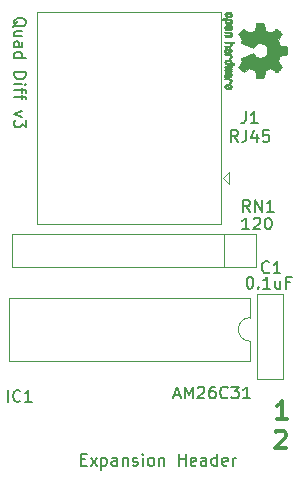
<source format=gbr>
G04 #@! TF.GenerationSoftware,KiCad,Pcbnew,(5.1.5)-3*
G04 #@! TF.CreationDate,2019-12-30T23:18:51-05:00*
G04 #@! TF.ProjectId,Quad_Diff_Out,51756164-5f44-4696-9666-5f4f75742e6b,v3*
G04 #@! TF.SameCoordinates,Original*
G04 #@! TF.FileFunction,Legend,Top*
G04 #@! TF.FilePolarity,Positive*
%FSLAX46Y46*%
G04 Gerber Fmt 4.6, Leading zero omitted, Abs format (unit mm)*
G04 Created by KiCad (PCBNEW (5.1.5)-3) date 2019-12-30 23:18:51*
%MOMM*%
%LPD*%
G04 APERTURE LIST*
%ADD10C,0.150000*%
%ADD11C,0.300000*%
%ADD12C,0.120000*%
%ADD13C,0.010000*%
G04 APERTURE END LIST*
D10*
X145500000Y-107228571D02*
X145833333Y-107228571D01*
X145976190Y-107752380D02*
X145500000Y-107752380D01*
X145500000Y-106752380D01*
X145976190Y-106752380D01*
X146309523Y-107752380D02*
X146833333Y-107085714D01*
X146309523Y-107085714D02*
X146833333Y-107752380D01*
X147214285Y-107085714D02*
X147214285Y-108085714D01*
X147214285Y-107133333D02*
X147309523Y-107085714D01*
X147500000Y-107085714D01*
X147595238Y-107133333D01*
X147642857Y-107180952D01*
X147690476Y-107276190D01*
X147690476Y-107561904D01*
X147642857Y-107657142D01*
X147595238Y-107704761D01*
X147500000Y-107752380D01*
X147309523Y-107752380D01*
X147214285Y-107704761D01*
X148547619Y-107752380D02*
X148547619Y-107228571D01*
X148500000Y-107133333D01*
X148404761Y-107085714D01*
X148214285Y-107085714D01*
X148119047Y-107133333D01*
X148547619Y-107704761D02*
X148452380Y-107752380D01*
X148214285Y-107752380D01*
X148119047Y-107704761D01*
X148071428Y-107609523D01*
X148071428Y-107514285D01*
X148119047Y-107419047D01*
X148214285Y-107371428D01*
X148452380Y-107371428D01*
X148547619Y-107323809D01*
X149023809Y-107085714D02*
X149023809Y-107752380D01*
X149023809Y-107180952D02*
X149071428Y-107133333D01*
X149166666Y-107085714D01*
X149309523Y-107085714D01*
X149404761Y-107133333D01*
X149452380Y-107228571D01*
X149452380Y-107752380D01*
X149880952Y-107704761D02*
X149976190Y-107752380D01*
X150166666Y-107752380D01*
X150261904Y-107704761D01*
X150309523Y-107609523D01*
X150309523Y-107561904D01*
X150261904Y-107466666D01*
X150166666Y-107419047D01*
X150023809Y-107419047D01*
X149928571Y-107371428D01*
X149880952Y-107276190D01*
X149880952Y-107228571D01*
X149928571Y-107133333D01*
X150023809Y-107085714D01*
X150166666Y-107085714D01*
X150261904Y-107133333D01*
X150738095Y-107752380D02*
X150738095Y-107085714D01*
X150738095Y-106752380D02*
X150690476Y-106800000D01*
X150738095Y-106847619D01*
X150785714Y-106800000D01*
X150738095Y-106752380D01*
X150738095Y-106847619D01*
X151357142Y-107752380D02*
X151261904Y-107704761D01*
X151214285Y-107657142D01*
X151166666Y-107561904D01*
X151166666Y-107276190D01*
X151214285Y-107180952D01*
X151261904Y-107133333D01*
X151357142Y-107085714D01*
X151500000Y-107085714D01*
X151595238Y-107133333D01*
X151642857Y-107180952D01*
X151690476Y-107276190D01*
X151690476Y-107561904D01*
X151642857Y-107657142D01*
X151595238Y-107704761D01*
X151500000Y-107752380D01*
X151357142Y-107752380D01*
X152119047Y-107085714D02*
X152119047Y-107752380D01*
X152119047Y-107180952D02*
X152166666Y-107133333D01*
X152261904Y-107085714D01*
X152404761Y-107085714D01*
X152500000Y-107133333D01*
X152547619Y-107228571D01*
X152547619Y-107752380D01*
X153785714Y-107752380D02*
X153785714Y-106752380D01*
X153785714Y-107228571D02*
X154357142Y-107228571D01*
X154357142Y-107752380D02*
X154357142Y-106752380D01*
X155214285Y-107704761D02*
X155119047Y-107752380D01*
X154928571Y-107752380D01*
X154833333Y-107704761D01*
X154785714Y-107609523D01*
X154785714Y-107228571D01*
X154833333Y-107133333D01*
X154928571Y-107085714D01*
X155119047Y-107085714D01*
X155214285Y-107133333D01*
X155261904Y-107228571D01*
X155261904Y-107323809D01*
X154785714Y-107419047D01*
X156119047Y-107752380D02*
X156119047Y-107228571D01*
X156071428Y-107133333D01*
X155976190Y-107085714D01*
X155785714Y-107085714D01*
X155690476Y-107133333D01*
X156119047Y-107704761D02*
X156023809Y-107752380D01*
X155785714Y-107752380D01*
X155690476Y-107704761D01*
X155642857Y-107609523D01*
X155642857Y-107514285D01*
X155690476Y-107419047D01*
X155785714Y-107371428D01*
X156023809Y-107371428D01*
X156119047Y-107323809D01*
X157023809Y-107752380D02*
X157023809Y-106752380D01*
X157023809Y-107704761D02*
X156928571Y-107752380D01*
X156738095Y-107752380D01*
X156642857Y-107704761D01*
X156595238Y-107657142D01*
X156547619Y-107561904D01*
X156547619Y-107276190D01*
X156595238Y-107180952D01*
X156642857Y-107133333D01*
X156738095Y-107085714D01*
X156928571Y-107085714D01*
X157023809Y-107133333D01*
X157880952Y-107704761D02*
X157785714Y-107752380D01*
X157595238Y-107752380D01*
X157500000Y-107704761D01*
X157452380Y-107609523D01*
X157452380Y-107228571D01*
X157500000Y-107133333D01*
X157595238Y-107085714D01*
X157785714Y-107085714D01*
X157880952Y-107133333D01*
X157928571Y-107228571D01*
X157928571Y-107323809D01*
X157452380Y-107419047D01*
X158357142Y-107752380D02*
X158357142Y-107085714D01*
X158357142Y-107276190D02*
X158404761Y-107180952D01*
X158452380Y-107133333D01*
X158547619Y-107085714D01*
X158642857Y-107085714D01*
D11*
X161971428Y-104921428D02*
X162042857Y-104850000D01*
X162185714Y-104778571D01*
X162542857Y-104778571D01*
X162685714Y-104850000D01*
X162757142Y-104921428D01*
X162828571Y-105064285D01*
X162828571Y-105207142D01*
X162757142Y-105421428D01*
X161900000Y-106278571D01*
X162828571Y-106278571D01*
X162928571Y-103778571D02*
X162071428Y-103778571D01*
X162500000Y-103778571D02*
X162500000Y-102278571D01*
X162357142Y-102492857D01*
X162214285Y-102635714D01*
X162071428Y-102707142D01*
D10*
X139752380Y-70595238D02*
X139800000Y-70500000D01*
X139895238Y-70404761D01*
X140038095Y-70261904D01*
X140085714Y-70166666D01*
X140085714Y-70071428D01*
X139847619Y-70119047D02*
X139895238Y-70023809D01*
X139990476Y-69928571D01*
X140180952Y-69880952D01*
X140514285Y-69880952D01*
X140704761Y-69928571D01*
X140800000Y-70023809D01*
X140847619Y-70119047D01*
X140847619Y-70309523D01*
X140800000Y-70404761D01*
X140704761Y-70500000D01*
X140514285Y-70547619D01*
X140180952Y-70547619D01*
X139990476Y-70500000D01*
X139895238Y-70404761D01*
X139847619Y-70309523D01*
X139847619Y-70119047D01*
X140514285Y-71404761D02*
X139847619Y-71404761D01*
X140514285Y-70976190D02*
X139990476Y-70976190D01*
X139895238Y-71023809D01*
X139847619Y-71119047D01*
X139847619Y-71261904D01*
X139895238Y-71357142D01*
X139942857Y-71404761D01*
X139847619Y-72309523D02*
X140371428Y-72309523D01*
X140466666Y-72261904D01*
X140514285Y-72166666D01*
X140514285Y-71976190D01*
X140466666Y-71880952D01*
X139895238Y-72309523D02*
X139847619Y-72214285D01*
X139847619Y-71976190D01*
X139895238Y-71880952D01*
X139990476Y-71833333D01*
X140085714Y-71833333D01*
X140180952Y-71880952D01*
X140228571Y-71976190D01*
X140228571Y-72214285D01*
X140276190Y-72309523D01*
X139847619Y-73214285D02*
X140847619Y-73214285D01*
X139895238Y-73214285D02*
X139847619Y-73119047D01*
X139847619Y-72928571D01*
X139895238Y-72833333D01*
X139942857Y-72785714D01*
X140038095Y-72738095D01*
X140323809Y-72738095D01*
X140419047Y-72785714D01*
X140466666Y-72833333D01*
X140514285Y-72928571D01*
X140514285Y-73119047D01*
X140466666Y-73214285D01*
X139847619Y-74452380D02*
X140847619Y-74452380D01*
X140847619Y-74690476D01*
X140800000Y-74833333D01*
X140704761Y-74928571D01*
X140609523Y-74976190D01*
X140419047Y-75023809D01*
X140276190Y-75023809D01*
X140085714Y-74976190D01*
X139990476Y-74928571D01*
X139895238Y-74833333D01*
X139847619Y-74690476D01*
X139847619Y-74452380D01*
X139847619Y-75452380D02*
X140514285Y-75452380D01*
X140847619Y-75452380D02*
X140800000Y-75404761D01*
X140752380Y-75452380D01*
X140800000Y-75500000D01*
X140847619Y-75452380D01*
X140752380Y-75452380D01*
X140514285Y-75785714D02*
X140514285Y-76166666D01*
X139847619Y-75928571D02*
X140704761Y-75928571D01*
X140800000Y-75976190D01*
X140847619Y-76071428D01*
X140847619Y-76166666D01*
X140514285Y-76357142D02*
X140514285Y-76738095D01*
X139847619Y-76500000D02*
X140704761Y-76500000D01*
X140800000Y-76547619D01*
X140847619Y-76642857D01*
X140847619Y-76738095D01*
X140514285Y-77738095D02*
X139847619Y-77976190D01*
X140514285Y-78214285D01*
X140847619Y-78500000D02*
X140847619Y-79119047D01*
X140466666Y-78785714D01*
X140466666Y-78928571D01*
X140419047Y-79023809D01*
X140371428Y-79071428D01*
X140276190Y-79119047D01*
X140038095Y-79119047D01*
X139942857Y-79071428D01*
X139895238Y-79023809D01*
X139847619Y-78928571D01*
X139847619Y-78642857D01*
X139895238Y-78547619D01*
X139942857Y-78500000D01*
D12*
X159830000Y-98860000D02*
X159830000Y-97210000D01*
X139390000Y-98860000D02*
X159830000Y-98860000D01*
X139390000Y-93560000D02*
X139390000Y-98860000D01*
X159830000Y-93560000D02*
X139390000Y-93560000D01*
X159830000Y-95210000D02*
X159830000Y-93560000D01*
X159830000Y-97210000D02*
G75*
G02X159830000Y-95210000I0J1000000D01*
G01*
X157630000Y-90900000D02*
X157630000Y-88100000D01*
X139680000Y-90900000D02*
X160340000Y-90900000D01*
X139680000Y-88100000D02*
X139680000Y-90900000D01*
X160340000Y-88100000D02*
X139680000Y-88100000D01*
X160340000Y-90900000D02*
X160340000Y-88100000D01*
D13*
G36*
X162957652Y-72703910D02*
G01*
X162957222Y-72782454D01*
X162956058Y-72839298D01*
X162953793Y-72878105D01*
X162950060Y-72902538D01*
X162944494Y-72916262D01*
X162936727Y-72922940D01*
X162926395Y-72926236D01*
X162925057Y-72926556D01*
X162900921Y-72931562D01*
X162853299Y-72940829D01*
X162787259Y-72953392D01*
X162707872Y-72968287D01*
X162620204Y-72984551D01*
X162617125Y-72985119D01*
X162531211Y-73001410D01*
X162455304Y-73016652D01*
X162393955Y-73029861D01*
X162351718Y-73040054D01*
X162333145Y-73046248D01*
X162332816Y-73046543D01*
X162323747Y-73064788D01*
X162308633Y-73102405D01*
X162290738Y-73151271D01*
X162290642Y-73151543D01*
X162267507Y-73213093D01*
X162238035Y-73285657D01*
X162208403Y-73354057D01*
X162206938Y-73357294D01*
X162156374Y-73468702D01*
X162324840Y-73715399D01*
X162376197Y-73791077D01*
X162422111Y-73859631D01*
X162459970Y-73917088D01*
X162487163Y-73959476D01*
X162501079Y-73982825D01*
X162502111Y-73985042D01*
X162497516Y-74002010D01*
X162475345Y-74033701D01*
X162434553Y-74081352D01*
X162374095Y-74146198D01*
X162309773Y-74212397D01*
X162246388Y-74276214D01*
X162188549Y-74333329D01*
X162139825Y-74380305D01*
X162103790Y-74413703D01*
X162084016Y-74430085D01*
X162082998Y-74430694D01*
X162069428Y-74432505D01*
X162047267Y-74425683D01*
X162013522Y-74408540D01*
X161965200Y-74379393D01*
X161899308Y-74336555D01*
X161814483Y-74279448D01*
X161739823Y-74228766D01*
X161672860Y-74183461D01*
X161617484Y-74146150D01*
X161577580Y-74119452D01*
X161557038Y-74105985D01*
X161555644Y-74105137D01*
X161535962Y-74106781D01*
X161497707Y-74119245D01*
X161448111Y-74140048D01*
X161432272Y-74147462D01*
X161361710Y-74179814D01*
X161281647Y-74214328D01*
X161212371Y-74242365D01*
X161160955Y-74262568D01*
X161121881Y-74278615D01*
X161101459Y-74287888D01*
X161099886Y-74289041D01*
X161097279Y-74306096D01*
X161090137Y-74346298D01*
X161079477Y-74404302D01*
X161066315Y-74474763D01*
X161051667Y-74552335D01*
X161036551Y-74631672D01*
X161021982Y-74707431D01*
X161008978Y-74774264D01*
X160998555Y-74826828D01*
X160991730Y-74859776D01*
X160989801Y-74867857D01*
X160985038Y-74876205D01*
X160974282Y-74882506D01*
X160953902Y-74887045D01*
X160920266Y-74890104D01*
X160869745Y-74891967D01*
X160798708Y-74892918D01*
X160703524Y-74893240D01*
X160664508Y-74893257D01*
X160347201Y-74893257D01*
X160332161Y-74817057D01*
X160324005Y-74774663D01*
X160312101Y-74711400D01*
X160297884Y-74634962D01*
X160282790Y-74553043D01*
X160278645Y-74530400D01*
X160263947Y-74454806D01*
X160249495Y-74388953D01*
X160236625Y-74338366D01*
X160226678Y-74308574D01*
X160223713Y-74303612D01*
X160202717Y-74291426D01*
X160162033Y-74273953D01*
X160109678Y-74254577D01*
X160098400Y-74250734D01*
X160028477Y-74225339D01*
X159949582Y-74193817D01*
X159878734Y-74162969D01*
X159878405Y-74162817D01*
X159767267Y-74111447D01*
X159518747Y-74280399D01*
X159270228Y-74449352D01*
X159052942Y-74232429D01*
X158988274Y-74166819D01*
X158931267Y-74106979D01*
X158884967Y-74056267D01*
X158852416Y-74018046D01*
X158836657Y-73995675D01*
X158835657Y-73992466D01*
X158843531Y-73973626D01*
X158865422Y-73935180D01*
X158898733Y-73881330D01*
X158940869Y-73816276D01*
X158988057Y-73745940D01*
X159036190Y-73674555D01*
X159078072Y-73610908D01*
X159111129Y-73559041D01*
X159132782Y-73522995D01*
X159140457Y-73506867D01*
X159133963Y-73487189D01*
X159116850Y-73449875D01*
X159092674Y-73402621D01*
X159089987Y-73397612D01*
X159058073Y-73333977D01*
X159042421Y-73290341D01*
X159042255Y-73263202D01*
X159056796Y-73249057D01*
X159057000Y-73248975D01*
X159074221Y-73241905D01*
X159115101Y-73225042D01*
X159176475Y-73199695D01*
X159255181Y-73167171D01*
X159348053Y-73128778D01*
X159451928Y-73085822D01*
X159552498Y-73044222D01*
X159663484Y-72998504D01*
X159766297Y-72956526D01*
X159857785Y-72919548D01*
X159934799Y-72888827D01*
X159994185Y-72865622D01*
X160032791Y-72851190D01*
X160047200Y-72846743D01*
X160063728Y-72857896D01*
X160090070Y-72887069D01*
X160119113Y-72925971D01*
X160210961Y-73036757D01*
X160316241Y-73123351D01*
X160432734Y-73184716D01*
X160558224Y-73219815D01*
X160690493Y-73227608D01*
X160751543Y-73221943D01*
X160878205Y-73191078D01*
X160990059Y-73137920D01*
X161085999Y-73065767D01*
X161164924Y-72977917D01*
X161225730Y-72877665D01*
X161267313Y-72768310D01*
X161288572Y-72653147D01*
X161288401Y-72535475D01*
X161265699Y-72418590D01*
X161219362Y-72305789D01*
X161148287Y-72200369D01*
X161108089Y-72156368D01*
X161004871Y-72071979D01*
X160892075Y-72013222D01*
X160772990Y-71979704D01*
X160650905Y-71971035D01*
X160529107Y-71986823D01*
X160410884Y-72026678D01*
X160299525Y-72090207D01*
X160198316Y-72177021D01*
X160119113Y-72274029D01*
X160088838Y-72314437D01*
X160062781Y-72342982D01*
X160047175Y-72353257D01*
X160030157Y-72347877D01*
X159989500Y-72332575D01*
X159928358Y-72308612D01*
X159849881Y-72277244D01*
X159757220Y-72239732D01*
X159653528Y-72197333D01*
X159552474Y-72155663D01*
X159441393Y-72109690D01*
X159338459Y-72067107D01*
X159246835Y-72029221D01*
X159169684Y-71997340D01*
X159110169Y-71972771D01*
X159071456Y-71956820D01*
X159057000Y-71950910D01*
X159042315Y-71936948D01*
X159042358Y-71909940D01*
X159057901Y-71866413D01*
X159089716Y-71802890D01*
X159089987Y-71802388D01*
X159114677Y-71754560D01*
X159132662Y-71715897D01*
X159140386Y-71694095D01*
X159140457Y-71693133D01*
X159132622Y-71676721D01*
X159110835Y-71640487D01*
X159077672Y-71588474D01*
X159035709Y-71524725D01*
X158988057Y-71454060D01*
X158939809Y-71382116D01*
X158897849Y-71317274D01*
X158864773Y-71263735D01*
X158843179Y-71225697D01*
X158835657Y-71207533D01*
X158845543Y-71190808D01*
X158873174Y-71157180D01*
X158915505Y-71110010D01*
X158969495Y-71052658D01*
X159032101Y-70988484D01*
X159053017Y-70967497D01*
X159270377Y-70750499D01*
X159512780Y-70915668D01*
X159587219Y-70965864D01*
X159654028Y-71009919D01*
X159709335Y-71045362D01*
X159749271Y-71069719D01*
X159769964Y-71080522D01*
X159771437Y-71080838D01*
X159790942Y-71075143D01*
X159830178Y-71059826D01*
X159882570Y-71037537D01*
X159917645Y-71021893D01*
X159984799Y-70992641D01*
X160052642Y-70965094D01*
X160109966Y-70943737D01*
X160127428Y-70937935D01*
X160174062Y-70921452D01*
X160210095Y-70905340D01*
X160223713Y-70896490D01*
X160232048Y-70876960D01*
X160243863Y-70834334D01*
X160257819Y-70774145D01*
X160272578Y-70701922D01*
X160278645Y-70669600D01*
X160293727Y-70587522D01*
X160308331Y-70508795D01*
X160321020Y-70441109D01*
X160330358Y-70392160D01*
X160332161Y-70382943D01*
X160347201Y-70306743D01*
X160664508Y-70306743D01*
X160768846Y-70306914D01*
X160847787Y-70307616D01*
X160904962Y-70309134D01*
X160944001Y-70311749D01*
X160968535Y-70315746D01*
X160982195Y-70321409D01*
X160988611Y-70329020D01*
X160989801Y-70332143D01*
X160994020Y-70350978D01*
X161002438Y-70392588D01*
X161014039Y-70451630D01*
X161027805Y-70522757D01*
X161042720Y-70600625D01*
X161057768Y-70679887D01*
X161071931Y-70755198D01*
X161084194Y-70821213D01*
X161093539Y-70872587D01*
X161098950Y-70903975D01*
X161099886Y-70910959D01*
X161112404Y-70917285D01*
X161145754Y-70931290D01*
X161193623Y-70950355D01*
X161212371Y-70957634D01*
X161284805Y-70986996D01*
X161364830Y-71021571D01*
X161432272Y-71052537D01*
X161483841Y-71075323D01*
X161526215Y-71090482D01*
X161552166Y-71095542D01*
X161555644Y-71094736D01*
X161572064Y-71084041D01*
X161608583Y-71059620D01*
X161661313Y-71024095D01*
X161726365Y-70980087D01*
X161799849Y-70930217D01*
X161814355Y-70920356D01*
X161900296Y-70862492D01*
X161965739Y-70819956D01*
X162013696Y-70791054D01*
X162047180Y-70774090D01*
X162069205Y-70767367D01*
X162082783Y-70769190D01*
X162082869Y-70769236D01*
X162100703Y-70783586D01*
X162135183Y-70815323D01*
X162182732Y-70861010D01*
X162239778Y-70917204D01*
X162302745Y-70980468D01*
X162309773Y-70987602D01*
X162386980Y-71067330D01*
X162443670Y-71128857D01*
X162480890Y-71173421D01*
X162499685Y-71202257D01*
X162502111Y-71214958D01*
X162491529Y-71233494D01*
X162467084Y-71271961D01*
X162431388Y-71326386D01*
X162387053Y-71392798D01*
X162336689Y-71467225D01*
X162324840Y-71484601D01*
X162156374Y-71731297D01*
X162206938Y-71842706D01*
X162236405Y-71910457D01*
X162266041Y-71983183D01*
X162289670Y-72045703D01*
X162290642Y-72048457D01*
X162308543Y-72097360D01*
X162323680Y-72135057D01*
X162332790Y-72153425D01*
X162332816Y-72153456D01*
X162349283Y-72159285D01*
X162389781Y-72169192D01*
X162449758Y-72182195D01*
X162524660Y-72197309D01*
X162609936Y-72213552D01*
X162617125Y-72214881D01*
X162704986Y-72231175D01*
X162784740Y-72246133D01*
X162851319Y-72258791D01*
X162899653Y-72268186D01*
X162924675Y-72273354D01*
X162925057Y-72273444D01*
X162935701Y-72276589D01*
X162943738Y-72282704D01*
X162949533Y-72295453D01*
X162953453Y-72318500D01*
X162955865Y-72355509D01*
X162957135Y-72410144D01*
X162957629Y-72486067D01*
X162957714Y-72586944D01*
X162957714Y-72600000D01*
X162957652Y-72703910D01*
G37*
X162957652Y-72703910D02*
X162957222Y-72782454D01*
X162956058Y-72839298D01*
X162953793Y-72878105D01*
X162950060Y-72902538D01*
X162944494Y-72916262D01*
X162936727Y-72922940D01*
X162926395Y-72926236D01*
X162925057Y-72926556D01*
X162900921Y-72931562D01*
X162853299Y-72940829D01*
X162787259Y-72953392D01*
X162707872Y-72968287D01*
X162620204Y-72984551D01*
X162617125Y-72985119D01*
X162531211Y-73001410D01*
X162455304Y-73016652D01*
X162393955Y-73029861D01*
X162351718Y-73040054D01*
X162333145Y-73046248D01*
X162332816Y-73046543D01*
X162323747Y-73064788D01*
X162308633Y-73102405D01*
X162290738Y-73151271D01*
X162290642Y-73151543D01*
X162267507Y-73213093D01*
X162238035Y-73285657D01*
X162208403Y-73354057D01*
X162206938Y-73357294D01*
X162156374Y-73468702D01*
X162324840Y-73715399D01*
X162376197Y-73791077D01*
X162422111Y-73859631D01*
X162459970Y-73917088D01*
X162487163Y-73959476D01*
X162501079Y-73982825D01*
X162502111Y-73985042D01*
X162497516Y-74002010D01*
X162475345Y-74033701D01*
X162434553Y-74081352D01*
X162374095Y-74146198D01*
X162309773Y-74212397D01*
X162246388Y-74276214D01*
X162188549Y-74333329D01*
X162139825Y-74380305D01*
X162103790Y-74413703D01*
X162084016Y-74430085D01*
X162082998Y-74430694D01*
X162069428Y-74432505D01*
X162047267Y-74425683D01*
X162013522Y-74408540D01*
X161965200Y-74379393D01*
X161899308Y-74336555D01*
X161814483Y-74279448D01*
X161739823Y-74228766D01*
X161672860Y-74183461D01*
X161617484Y-74146150D01*
X161577580Y-74119452D01*
X161557038Y-74105985D01*
X161555644Y-74105137D01*
X161535962Y-74106781D01*
X161497707Y-74119245D01*
X161448111Y-74140048D01*
X161432272Y-74147462D01*
X161361710Y-74179814D01*
X161281647Y-74214328D01*
X161212371Y-74242365D01*
X161160955Y-74262568D01*
X161121881Y-74278615D01*
X161101459Y-74287888D01*
X161099886Y-74289041D01*
X161097279Y-74306096D01*
X161090137Y-74346298D01*
X161079477Y-74404302D01*
X161066315Y-74474763D01*
X161051667Y-74552335D01*
X161036551Y-74631672D01*
X161021982Y-74707431D01*
X161008978Y-74774264D01*
X160998555Y-74826828D01*
X160991730Y-74859776D01*
X160989801Y-74867857D01*
X160985038Y-74876205D01*
X160974282Y-74882506D01*
X160953902Y-74887045D01*
X160920266Y-74890104D01*
X160869745Y-74891967D01*
X160798708Y-74892918D01*
X160703524Y-74893240D01*
X160664508Y-74893257D01*
X160347201Y-74893257D01*
X160332161Y-74817057D01*
X160324005Y-74774663D01*
X160312101Y-74711400D01*
X160297884Y-74634962D01*
X160282790Y-74553043D01*
X160278645Y-74530400D01*
X160263947Y-74454806D01*
X160249495Y-74388953D01*
X160236625Y-74338366D01*
X160226678Y-74308574D01*
X160223713Y-74303612D01*
X160202717Y-74291426D01*
X160162033Y-74273953D01*
X160109678Y-74254577D01*
X160098400Y-74250734D01*
X160028477Y-74225339D01*
X159949582Y-74193817D01*
X159878734Y-74162969D01*
X159878405Y-74162817D01*
X159767267Y-74111447D01*
X159518747Y-74280399D01*
X159270228Y-74449352D01*
X159052942Y-74232429D01*
X158988274Y-74166819D01*
X158931267Y-74106979D01*
X158884967Y-74056267D01*
X158852416Y-74018046D01*
X158836657Y-73995675D01*
X158835657Y-73992466D01*
X158843531Y-73973626D01*
X158865422Y-73935180D01*
X158898733Y-73881330D01*
X158940869Y-73816276D01*
X158988057Y-73745940D01*
X159036190Y-73674555D01*
X159078072Y-73610908D01*
X159111129Y-73559041D01*
X159132782Y-73522995D01*
X159140457Y-73506867D01*
X159133963Y-73487189D01*
X159116850Y-73449875D01*
X159092674Y-73402621D01*
X159089987Y-73397612D01*
X159058073Y-73333977D01*
X159042421Y-73290341D01*
X159042255Y-73263202D01*
X159056796Y-73249057D01*
X159057000Y-73248975D01*
X159074221Y-73241905D01*
X159115101Y-73225042D01*
X159176475Y-73199695D01*
X159255181Y-73167171D01*
X159348053Y-73128778D01*
X159451928Y-73085822D01*
X159552498Y-73044222D01*
X159663484Y-72998504D01*
X159766297Y-72956526D01*
X159857785Y-72919548D01*
X159934799Y-72888827D01*
X159994185Y-72865622D01*
X160032791Y-72851190D01*
X160047200Y-72846743D01*
X160063728Y-72857896D01*
X160090070Y-72887069D01*
X160119113Y-72925971D01*
X160210961Y-73036757D01*
X160316241Y-73123351D01*
X160432734Y-73184716D01*
X160558224Y-73219815D01*
X160690493Y-73227608D01*
X160751543Y-73221943D01*
X160878205Y-73191078D01*
X160990059Y-73137920D01*
X161085999Y-73065767D01*
X161164924Y-72977917D01*
X161225730Y-72877665D01*
X161267313Y-72768310D01*
X161288572Y-72653147D01*
X161288401Y-72535475D01*
X161265699Y-72418590D01*
X161219362Y-72305789D01*
X161148287Y-72200369D01*
X161108089Y-72156368D01*
X161004871Y-72071979D01*
X160892075Y-72013222D01*
X160772990Y-71979704D01*
X160650905Y-71971035D01*
X160529107Y-71986823D01*
X160410884Y-72026678D01*
X160299525Y-72090207D01*
X160198316Y-72177021D01*
X160119113Y-72274029D01*
X160088838Y-72314437D01*
X160062781Y-72342982D01*
X160047175Y-72353257D01*
X160030157Y-72347877D01*
X159989500Y-72332575D01*
X159928358Y-72308612D01*
X159849881Y-72277244D01*
X159757220Y-72239732D01*
X159653528Y-72197333D01*
X159552474Y-72155663D01*
X159441393Y-72109690D01*
X159338459Y-72067107D01*
X159246835Y-72029221D01*
X159169684Y-71997340D01*
X159110169Y-71972771D01*
X159071456Y-71956820D01*
X159057000Y-71950910D01*
X159042315Y-71936948D01*
X159042358Y-71909940D01*
X159057901Y-71866413D01*
X159089716Y-71802890D01*
X159089987Y-71802388D01*
X159114677Y-71754560D01*
X159132662Y-71715897D01*
X159140386Y-71694095D01*
X159140457Y-71693133D01*
X159132622Y-71676721D01*
X159110835Y-71640487D01*
X159077672Y-71588474D01*
X159035709Y-71524725D01*
X158988057Y-71454060D01*
X158939809Y-71382116D01*
X158897849Y-71317274D01*
X158864773Y-71263735D01*
X158843179Y-71225697D01*
X158835657Y-71207533D01*
X158845543Y-71190808D01*
X158873174Y-71157180D01*
X158915505Y-71110010D01*
X158969495Y-71052658D01*
X159032101Y-70988484D01*
X159053017Y-70967497D01*
X159270377Y-70750499D01*
X159512780Y-70915668D01*
X159587219Y-70965864D01*
X159654028Y-71009919D01*
X159709335Y-71045362D01*
X159749271Y-71069719D01*
X159769964Y-71080522D01*
X159771437Y-71080838D01*
X159790942Y-71075143D01*
X159830178Y-71059826D01*
X159882570Y-71037537D01*
X159917645Y-71021893D01*
X159984799Y-70992641D01*
X160052642Y-70965094D01*
X160109966Y-70943737D01*
X160127428Y-70937935D01*
X160174062Y-70921452D01*
X160210095Y-70905340D01*
X160223713Y-70896490D01*
X160232048Y-70876960D01*
X160243863Y-70834334D01*
X160257819Y-70774145D01*
X160272578Y-70701922D01*
X160278645Y-70669600D01*
X160293727Y-70587522D01*
X160308331Y-70508795D01*
X160321020Y-70441109D01*
X160330358Y-70392160D01*
X160332161Y-70382943D01*
X160347201Y-70306743D01*
X160664508Y-70306743D01*
X160768846Y-70306914D01*
X160847787Y-70307616D01*
X160904962Y-70309134D01*
X160944001Y-70311749D01*
X160968535Y-70315746D01*
X160982195Y-70321409D01*
X160988611Y-70329020D01*
X160989801Y-70332143D01*
X160994020Y-70350978D01*
X161002438Y-70392588D01*
X161014039Y-70451630D01*
X161027805Y-70522757D01*
X161042720Y-70600625D01*
X161057768Y-70679887D01*
X161071931Y-70755198D01*
X161084194Y-70821213D01*
X161093539Y-70872587D01*
X161098950Y-70903975D01*
X161099886Y-70910959D01*
X161112404Y-70917285D01*
X161145754Y-70931290D01*
X161193623Y-70950355D01*
X161212371Y-70957634D01*
X161284805Y-70986996D01*
X161364830Y-71021571D01*
X161432272Y-71052537D01*
X161483841Y-71075323D01*
X161526215Y-71090482D01*
X161552166Y-71095542D01*
X161555644Y-71094736D01*
X161572064Y-71084041D01*
X161608583Y-71059620D01*
X161661313Y-71024095D01*
X161726365Y-70980087D01*
X161799849Y-70930217D01*
X161814355Y-70920356D01*
X161900296Y-70862492D01*
X161965739Y-70819956D01*
X162013696Y-70791054D01*
X162047180Y-70774090D01*
X162069205Y-70767367D01*
X162082783Y-70769190D01*
X162082869Y-70769236D01*
X162100703Y-70783586D01*
X162135183Y-70815323D01*
X162182732Y-70861010D01*
X162239778Y-70917204D01*
X162302745Y-70980468D01*
X162309773Y-70987602D01*
X162386980Y-71067330D01*
X162443670Y-71128857D01*
X162480890Y-71173421D01*
X162499685Y-71202257D01*
X162502111Y-71214958D01*
X162491529Y-71233494D01*
X162467084Y-71271961D01*
X162431388Y-71326386D01*
X162387053Y-71392798D01*
X162336689Y-71467225D01*
X162324840Y-71484601D01*
X162156374Y-71731297D01*
X162206938Y-71842706D01*
X162236405Y-71910457D01*
X162266041Y-71983183D01*
X162289670Y-72045703D01*
X162290642Y-72048457D01*
X162308543Y-72097360D01*
X162323680Y-72135057D01*
X162332790Y-72153425D01*
X162332816Y-72153456D01*
X162349283Y-72159285D01*
X162389781Y-72169192D01*
X162449758Y-72182195D01*
X162524660Y-72197309D01*
X162609936Y-72213552D01*
X162617125Y-72214881D01*
X162704986Y-72231175D01*
X162784740Y-72246133D01*
X162851319Y-72258791D01*
X162899653Y-72268186D01*
X162924675Y-72273354D01*
X162925057Y-72273444D01*
X162935701Y-72276589D01*
X162943738Y-72282704D01*
X162949533Y-72295453D01*
X162953453Y-72318500D01*
X162955865Y-72355509D01*
X162957135Y-72410144D01*
X162957629Y-72486067D01*
X162957714Y-72586944D01*
X162957714Y-72600000D01*
X162957652Y-72703910D01*
G36*
X158233034Y-75753595D02*
G01*
X158195503Y-75811021D01*
X158161904Y-75838719D01*
X158100936Y-75860662D01*
X158052692Y-75862405D01*
X157988184Y-75858457D01*
X157923066Y-75709686D01*
X157889798Y-75637349D01*
X157863036Y-75590084D01*
X157839856Y-75565507D01*
X157817333Y-75561237D01*
X157792545Y-75574889D01*
X157776114Y-75589943D01*
X157749765Y-75633746D01*
X157747919Y-75681389D01*
X157768454Y-75725145D01*
X157809248Y-75757289D01*
X157823653Y-75763038D01*
X157868644Y-75790576D01*
X157887818Y-75822258D01*
X157904221Y-75865714D01*
X157842034Y-75865714D01*
X157799717Y-75861872D01*
X157764031Y-75846823D01*
X157723057Y-75815280D01*
X157717733Y-75810592D01*
X157681280Y-75775506D01*
X157661717Y-75745347D01*
X157652717Y-75707615D01*
X157649770Y-75676335D01*
X157649035Y-75620385D01*
X157658340Y-75580555D01*
X157672154Y-75555708D01*
X157702533Y-75516656D01*
X157735387Y-75489625D01*
X157776706Y-75472517D01*
X157832479Y-75463238D01*
X157908695Y-75459693D01*
X157947378Y-75459410D01*
X157993753Y-75460372D01*
X157993753Y-75548007D01*
X157968874Y-75549023D01*
X157964800Y-75551556D01*
X157970335Y-75568274D01*
X157984983Y-75604249D01*
X158005810Y-75652331D01*
X158010286Y-75662386D01*
X158041186Y-75723152D01*
X158068343Y-75756632D01*
X158093780Y-75763990D01*
X158119519Y-75746391D01*
X158130891Y-75731856D01*
X158153636Y-75679410D01*
X158149878Y-75630322D01*
X158122116Y-75589227D01*
X158072848Y-75560758D01*
X158033743Y-75551631D01*
X157993753Y-75548007D01*
X157993753Y-75460372D01*
X158037751Y-75461285D01*
X158104616Y-75468196D01*
X158153305Y-75481884D01*
X158189151Y-75504096D01*
X158217487Y-75536574D01*
X158226645Y-75550733D01*
X158250493Y-75615053D01*
X158251994Y-75685473D01*
X158233034Y-75753595D01*
G37*
X158233034Y-75753595D02*
X158195503Y-75811021D01*
X158161904Y-75838719D01*
X158100936Y-75860662D01*
X158052692Y-75862405D01*
X157988184Y-75858457D01*
X157923066Y-75709686D01*
X157889798Y-75637349D01*
X157863036Y-75590084D01*
X157839856Y-75565507D01*
X157817333Y-75561237D01*
X157792545Y-75574889D01*
X157776114Y-75589943D01*
X157749765Y-75633746D01*
X157747919Y-75681389D01*
X157768454Y-75725145D01*
X157809248Y-75757289D01*
X157823653Y-75763038D01*
X157868644Y-75790576D01*
X157887818Y-75822258D01*
X157904221Y-75865714D01*
X157842034Y-75865714D01*
X157799717Y-75861872D01*
X157764031Y-75846823D01*
X157723057Y-75815280D01*
X157717733Y-75810592D01*
X157681280Y-75775506D01*
X157661717Y-75745347D01*
X157652717Y-75707615D01*
X157649770Y-75676335D01*
X157649035Y-75620385D01*
X157658340Y-75580555D01*
X157672154Y-75555708D01*
X157702533Y-75516656D01*
X157735387Y-75489625D01*
X157776706Y-75472517D01*
X157832479Y-75463238D01*
X157908695Y-75459693D01*
X157947378Y-75459410D01*
X157993753Y-75460372D01*
X157993753Y-75548007D01*
X157968874Y-75549023D01*
X157964800Y-75551556D01*
X157970335Y-75568274D01*
X157984983Y-75604249D01*
X158005810Y-75652331D01*
X158010286Y-75662386D01*
X158041186Y-75723152D01*
X158068343Y-75756632D01*
X158093780Y-75763990D01*
X158119519Y-75746391D01*
X158130891Y-75731856D01*
X158153636Y-75679410D01*
X158149878Y-75630322D01*
X158122116Y-75589227D01*
X158072848Y-75560758D01*
X158033743Y-75551631D01*
X157993753Y-75548007D01*
X157993753Y-75460372D01*
X158037751Y-75461285D01*
X158104616Y-75468196D01*
X158153305Y-75481884D01*
X158189151Y-75504096D01*
X158217487Y-75536574D01*
X158226645Y-75550733D01*
X158250493Y-75615053D01*
X158251994Y-75685473D01*
X158233034Y-75753595D01*
G36*
X158241248Y-75252600D02*
G01*
X158233666Y-75269948D01*
X158200872Y-75311356D01*
X158153453Y-75346765D01*
X158102849Y-75368664D01*
X158077902Y-75372229D01*
X158043073Y-75360279D01*
X158024643Y-75334067D01*
X158013484Y-75305964D01*
X158011428Y-75293095D01*
X158026351Y-75286829D01*
X158058825Y-75274456D01*
X158073498Y-75269028D01*
X158124256Y-75238590D01*
X158149573Y-75194520D01*
X158148794Y-75138010D01*
X158147797Y-75133825D01*
X158133493Y-75103655D01*
X158105607Y-75081476D01*
X158060713Y-75066327D01*
X157995385Y-75057250D01*
X157906196Y-75053286D01*
X157858739Y-75052914D01*
X157783929Y-75052730D01*
X157732931Y-75051522D01*
X157700529Y-75048309D01*
X157681505Y-75042109D01*
X157670644Y-75031940D01*
X157662728Y-75016819D01*
X157662330Y-75015946D01*
X157650019Y-74986828D01*
X157645486Y-74972403D01*
X157659191Y-74970186D01*
X157697075Y-74968289D01*
X157754285Y-74966847D01*
X157825973Y-74965998D01*
X157878435Y-74965829D01*
X157979953Y-74966692D01*
X158056968Y-74970070D01*
X158113977Y-74977142D01*
X158155474Y-74989088D01*
X158185957Y-75007090D01*
X158209920Y-75032327D01*
X158226645Y-75057247D01*
X158248903Y-75117171D01*
X158253924Y-75186911D01*
X158241248Y-75252600D01*
G37*
X158241248Y-75252600D02*
X158233666Y-75269948D01*
X158200872Y-75311356D01*
X158153453Y-75346765D01*
X158102849Y-75368664D01*
X158077902Y-75372229D01*
X158043073Y-75360279D01*
X158024643Y-75334067D01*
X158013484Y-75305964D01*
X158011428Y-75293095D01*
X158026351Y-75286829D01*
X158058825Y-75274456D01*
X158073498Y-75269028D01*
X158124256Y-75238590D01*
X158149573Y-75194520D01*
X158148794Y-75138010D01*
X158147797Y-75133825D01*
X158133493Y-75103655D01*
X158105607Y-75081476D01*
X158060713Y-75066327D01*
X157995385Y-75057250D01*
X157906196Y-75053286D01*
X157858739Y-75052914D01*
X157783929Y-75052730D01*
X157732931Y-75051522D01*
X157700529Y-75048309D01*
X157681505Y-75042109D01*
X157670644Y-75031940D01*
X157662728Y-75016819D01*
X157662330Y-75015946D01*
X157650019Y-74986828D01*
X157645486Y-74972403D01*
X157659191Y-74970186D01*
X157697075Y-74968289D01*
X157754285Y-74966847D01*
X157825973Y-74965998D01*
X157878435Y-74965829D01*
X157979953Y-74966692D01*
X158056968Y-74970070D01*
X158113977Y-74977142D01*
X158155474Y-74989088D01*
X158185957Y-75007090D01*
X158209920Y-75032327D01*
X158226645Y-75057247D01*
X158248903Y-75117171D01*
X158253924Y-75186911D01*
X158241248Y-75252600D01*
G36*
X158243665Y-74744876D02*
G01*
X158224656Y-74786667D01*
X158201622Y-74819469D01*
X158175867Y-74843503D01*
X158142642Y-74860097D01*
X158097200Y-74870577D01*
X158034793Y-74876271D01*
X157950673Y-74878507D01*
X157895279Y-74878743D01*
X157679174Y-74878743D01*
X157662330Y-74841774D01*
X157650019Y-74812656D01*
X157645486Y-74798231D01*
X157658975Y-74795472D01*
X157695347Y-74793282D01*
X157748458Y-74791942D01*
X157790628Y-74791657D01*
X157851553Y-74790434D01*
X157899885Y-74787136D01*
X157929482Y-74782321D01*
X157935771Y-74778496D01*
X157929348Y-74752783D01*
X157912875Y-74712418D01*
X157890542Y-74665679D01*
X157866543Y-74620845D01*
X157845070Y-74586193D01*
X157830315Y-74570002D01*
X157830155Y-74569938D01*
X157802848Y-74571330D01*
X157776781Y-74583818D01*
X157755608Y-74605743D01*
X157748526Y-74637743D01*
X157749351Y-74665092D01*
X157749958Y-74703826D01*
X157740884Y-74724158D01*
X157716908Y-74736369D01*
X157712387Y-74737909D01*
X157678194Y-74743203D01*
X157657432Y-74729047D01*
X157647538Y-74692148D01*
X157645708Y-74652289D01*
X157659273Y-74580562D01*
X157678645Y-74543432D01*
X157724155Y-74497576D01*
X157780017Y-74473256D01*
X157839043Y-74471073D01*
X157894047Y-74491629D01*
X157928514Y-74522549D01*
X157947811Y-74553420D01*
X157972241Y-74601942D01*
X157997015Y-74658485D01*
X158000801Y-74667910D01*
X158028209Y-74730019D01*
X158052366Y-74765822D01*
X158076381Y-74777337D01*
X158103365Y-74766580D01*
X158124457Y-74748114D01*
X158150428Y-74704469D01*
X158152376Y-74656446D01*
X158132363Y-74612406D01*
X158092449Y-74580709D01*
X158082152Y-74576549D01*
X158044276Y-74552327D01*
X158016158Y-74516965D01*
X157993083Y-74472343D01*
X158058515Y-74472343D01*
X158098494Y-74474969D01*
X158130003Y-74486230D01*
X158163622Y-74511199D01*
X158189516Y-74535169D01*
X158226183Y-74572441D01*
X158245879Y-74601401D01*
X158253780Y-74632505D01*
X158255086Y-74667713D01*
X158243665Y-74744876D01*
G37*
X158243665Y-74744876D02*
X158224656Y-74786667D01*
X158201622Y-74819469D01*
X158175867Y-74843503D01*
X158142642Y-74860097D01*
X158097200Y-74870577D01*
X158034793Y-74876271D01*
X157950673Y-74878507D01*
X157895279Y-74878743D01*
X157679174Y-74878743D01*
X157662330Y-74841774D01*
X157650019Y-74812656D01*
X157645486Y-74798231D01*
X157658975Y-74795472D01*
X157695347Y-74793282D01*
X157748458Y-74791942D01*
X157790628Y-74791657D01*
X157851553Y-74790434D01*
X157899885Y-74787136D01*
X157929482Y-74782321D01*
X157935771Y-74778496D01*
X157929348Y-74752783D01*
X157912875Y-74712418D01*
X157890542Y-74665679D01*
X157866543Y-74620845D01*
X157845070Y-74586193D01*
X157830315Y-74570002D01*
X157830155Y-74569938D01*
X157802848Y-74571330D01*
X157776781Y-74583818D01*
X157755608Y-74605743D01*
X157748526Y-74637743D01*
X157749351Y-74665092D01*
X157749958Y-74703826D01*
X157740884Y-74724158D01*
X157716908Y-74736369D01*
X157712387Y-74737909D01*
X157678194Y-74743203D01*
X157657432Y-74729047D01*
X157647538Y-74692148D01*
X157645708Y-74652289D01*
X157659273Y-74580562D01*
X157678645Y-74543432D01*
X157724155Y-74497576D01*
X157780017Y-74473256D01*
X157839043Y-74471073D01*
X157894047Y-74491629D01*
X157928514Y-74522549D01*
X157947811Y-74553420D01*
X157972241Y-74601942D01*
X157997015Y-74658485D01*
X158000801Y-74667910D01*
X158028209Y-74730019D01*
X158052366Y-74765822D01*
X158076381Y-74777337D01*
X158103365Y-74766580D01*
X158124457Y-74748114D01*
X158150428Y-74704469D01*
X158152376Y-74656446D01*
X158132363Y-74612406D01*
X158092449Y-74580709D01*
X158082152Y-74576549D01*
X158044276Y-74552327D01*
X158016158Y-74516965D01*
X157993083Y-74472343D01*
X158058515Y-74472343D01*
X158098494Y-74474969D01*
X158130003Y-74486230D01*
X158163622Y-74511199D01*
X158189516Y-74535169D01*
X158226183Y-74572441D01*
X158245879Y-74601401D01*
X158253780Y-74632505D01*
X158255086Y-74667713D01*
X158243665Y-74744876D01*
G36*
X158241337Y-74379833D02*
G01*
X158203150Y-74382048D01*
X158145114Y-74383784D01*
X158071820Y-74384899D01*
X157994945Y-74385257D01*
X157734804Y-74385257D01*
X157688873Y-74339326D01*
X157660571Y-74307675D01*
X157649107Y-74279890D01*
X157649832Y-74241915D01*
X157651679Y-74226840D01*
X157657052Y-74179726D01*
X157660131Y-74140756D01*
X157660415Y-74131257D01*
X157658555Y-74099233D01*
X157653886Y-74053432D01*
X157651679Y-74035674D01*
X157648265Y-73992057D01*
X157655680Y-73962745D01*
X157678573Y-73933680D01*
X157688873Y-73923188D01*
X157734804Y-73877257D01*
X158221398Y-73877257D01*
X158238242Y-73914226D01*
X158250718Y-73946059D01*
X158255086Y-73964683D01*
X158241282Y-73969458D01*
X158202714Y-73973921D01*
X158143644Y-73977775D01*
X158068337Y-73980722D01*
X158004714Y-73982143D01*
X157754343Y-73986114D01*
X157749444Y-74020759D01*
X157752869Y-74052268D01*
X157763959Y-74067708D01*
X157784692Y-74072023D01*
X157828855Y-74075708D01*
X157890854Y-74078469D01*
X157965091Y-74080012D01*
X158003294Y-74080235D01*
X158223217Y-74080457D01*
X158239151Y-74126166D01*
X158249985Y-74158518D01*
X158255038Y-74176115D01*
X158255086Y-74176623D01*
X158241352Y-74178388D01*
X158203270Y-74180329D01*
X158145518Y-74182282D01*
X158072773Y-74184084D01*
X158004714Y-74185343D01*
X157754343Y-74189314D01*
X157754343Y-74276400D01*
X157982760Y-74280396D01*
X158211178Y-74284392D01*
X158233132Y-74326847D01*
X158248207Y-74358192D01*
X158255049Y-74376744D01*
X158255086Y-74377279D01*
X158241337Y-74379833D01*
G37*
X158241337Y-74379833D02*
X158203150Y-74382048D01*
X158145114Y-74383784D01*
X158071820Y-74384899D01*
X157994945Y-74385257D01*
X157734804Y-74385257D01*
X157688873Y-74339326D01*
X157660571Y-74307675D01*
X157649107Y-74279890D01*
X157649832Y-74241915D01*
X157651679Y-74226840D01*
X157657052Y-74179726D01*
X157660131Y-74140756D01*
X157660415Y-74131257D01*
X157658555Y-74099233D01*
X157653886Y-74053432D01*
X157651679Y-74035674D01*
X157648265Y-73992057D01*
X157655680Y-73962745D01*
X157678573Y-73933680D01*
X157688873Y-73923188D01*
X157734804Y-73877257D01*
X158221398Y-73877257D01*
X158238242Y-73914226D01*
X158250718Y-73946059D01*
X158255086Y-73964683D01*
X158241282Y-73969458D01*
X158202714Y-73973921D01*
X158143644Y-73977775D01*
X158068337Y-73980722D01*
X158004714Y-73982143D01*
X157754343Y-73986114D01*
X157749444Y-74020759D01*
X157752869Y-74052268D01*
X157763959Y-74067708D01*
X157784692Y-74072023D01*
X157828855Y-74075708D01*
X157890854Y-74078469D01*
X157965091Y-74080012D01*
X158003294Y-74080235D01*
X158223217Y-74080457D01*
X158239151Y-74126166D01*
X158249985Y-74158518D01*
X158255038Y-74176115D01*
X158255086Y-74176623D01*
X158241352Y-74178388D01*
X158203270Y-74180329D01*
X158145518Y-74182282D01*
X158072773Y-74184084D01*
X158004714Y-74185343D01*
X157754343Y-74189314D01*
X157754343Y-74276400D01*
X157982760Y-74280396D01*
X158211178Y-74284392D01*
X158233132Y-74326847D01*
X158248207Y-74358192D01*
X158255049Y-74376744D01*
X158255086Y-74377279D01*
X158241337Y-74379833D01*
G36*
X158134642Y-73790117D02*
G01*
X158026163Y-73789933D01*
X157942713Y-73789219D01*
X157880296Y-73787675D01*
X157834915Y-73785001D01*
X157802571Y-73780894D01*
X157779267Y-73775055D01*
X157761005Y-73767182D01*
X157750582Y-73761221D01*
X157694055Y-73711855D01*
X157658623Y-73649264D01*
X157645910Y-73580013D01*
X157657537Y-73510668D01*
X157678432Y-73469375D01*
X157714578Y-73426025D01*
X157758724Y-73396481D01*
X157816538Y-73378655D01*
X157893687Y-73370463D01*
X157950286Y-73369302D01*
X157954353Y-73369458D01*
X157954353Y-73470857D01*
X157889450Y-73471476D01*
X157846486Y-73474314D01*
X157818378Y-73480840D01*
X157798047Y-73492523D01*
X157782712Y-73506483D01*
X157753110Y-73553365D01*
X157750581Y-73603701D01*
X157775295Y-73651276D01*
X157778644Y-73654979D01*
X157796065Y-73670783D01*
X157816791Y-73680693D01*
X157847638Y-73686058D01*
X157895423Y-73688228D01*
X157948252Y-73688571D01*
X158014619Y-73687827D01*
X158058894Y-73684748D01*
X158087991Y-73678061D01*
X158108827Y-73666496D01*
X158119893Y-73657013D01*
X158147802Y-73612960D01*
X158151157Y-73562224D01*
X158129841Y-73513796D01*
X158121927Y-73504450D01*
X158104353Y-73488540D01*
X158083413Y-73478610D01*
X158052218Y-73473278D01*
X158003878Y-73471163D01*
X157954353Y-73470857D01*
X157954353Y-73369458D01*
X158041432Y-73372810D01*
X158109914Y-73384726D01*
X158161400Y-73407135D01*
X158201557Y-73442124D01*
X158222139Y-73469375D01*
X158244375Y-73518907D01*
X158254696Y-73576316D01*
X158251933Y-73629682D01*
X158240788Y-73659543D01*
X158237617Y-73671261D01*
X158249443Y-73679037D01*
X158281134Y-73684465D01*
X158329407Y-73688571D01*
X158383171Y-73693067D01*
X158415518Y-73699313D01*
X158434015Y-73710676D01*
X158446230Y-73730528D01*
X158451638Y-73743000D01*
X158471399Y-73790171D01*
X158134642Y-73790117D01*
G37*
X158134642Y-73790117D02*
X158026163Y-73789933D01*
X157942713Y-73789219D01*
X157880296Y-73787675D01*
X157834915Y-73785001D01*
X157802571Y-73780894D01*
X157779267Y-73775055D01*
X157761005Y-73767182D01*
X157750582Y-73761221D01*
X157694055Y-73711855D01*
X157658623Y-73649264D01*
X157645910Y-73580013D01*
X157657537Y-73510668D01*
X157678432Y-73469375D01*
X157714578Y-73426025D01*
X157758724Y-73396481D01*
X157816538Y-73378655D01*
X157893687Y-73370463D01*
X157950286Y-73369302D01*
X157954353Y-73369458D01*
X157954353Y-73470857D01*
X157889450Y-73471476D01*
X157846486Y-73474314D01*
X157818378Y-73480840D01*
X157798047Y-73492523D01*
X157782712Y-73506483D01*
X157753110Y-73553365D01*
X157750581Y-73603701D01*
X157775295Y-73651276D01*
X157778644Y-73654979D01*
X157796065Y-73670783D01*
X157816791Y-73680693D01*
X157847638Y-73686058D01*
X157895423Y-73688228D01*
X157948252Y-73688571D01*
X158014619Y-73687827D01*
X158058894Y-73684748D01*
X158087991Y-73678061D01*
X158108827Y-73666496D01*
X158119893Y-73657013D01*
X158147802Y-73612960D01*
X158151157Y-73562224D01*
X158129841Y-73513796D01*
X158121927Y-73504450D01*
X158104353Y-73488540D01*
X158083413Y-73478610D01*
X158052218Y-73473278D01*
X158003878Y-73471163D01*
X157954353Y-73470857D01*
X157954353Y-73369458D01*
X158041432Y-73372810D01*
X158109914Y-73384726D01*
X158161400Y-73407135D01*
X158201557Y-73442124D01*
X158222139Y-73469375D01*
X158244375Y-73518907D01*
X158254696Y-73576316D01*
X158251933Y-73629682D01*
X158240788Y-73659543D01*
X158237617Y-73671261D01*
X158249443Y-73679037D01*
X158281134Y-73684465D01*
X158329407Y-73688571D01*
X158383171Y-73693067D01*
X158415518Y-73699313D01*
X158434015Y-73710676D01*
X158446230Y-73730528D01*
X158451638Y-73743000D01*
X158471399Y-73790171D01*
X158134642Y-73790117D01*
G36*
X158250245Y-73129926D02*
G01*
X158225916Y-73195858D01*
X158182883Y-73249273D01*
X158152591Y-73270164D01*
X158097006Y-73292939D01*
X158056814Y-73292466D01*
X158029783Y-73268562D01*
X158025187Y-73259717D01*
X158010856Y-73221530D01*
X158014528Y-73202028D01*
X158038593Y-73195422D01*
X158051886Y-73195086D01*
X158100790Y-73182992D01*
X158135001Y-73151471D01*
X158151524Y-73107659D01*
X158147366Y-73058695D01*
X158125773Y-73018894D01*
X158113456Y-73005450D01*
X158098513Y-72995921D01*
X158075925Y-72989485D01*
X158040672Y-72985317D01*
X157987734Y-72982597D01*
X157912093Y-72980502D01*
X157888143Y-72979960D01*
X157806210Y-72977981D01*
X157748545Y-72975731D01*
X157710392Y-72972357D01*
X157686996Y-72967006D01*
X157673602Y-72958824D01*
X157665455Y-72946959D01*
X157661856Y-72939362D01*
X157649548Y-72907102D01*
X157645486Y-72888111D01*
X157659052Y-72881836D01*
X157700066Y-72878006D01*
X157769001Y-72876600D01*
X157866331Y-72877598D01*
X157881343Y-72877908D01*
X157970141Y-72880101D01*
X158034981Y-72882693D01*
X158080933Y-72886382D01*
X158113065Y-72891864D01*
X158136447Y-72899835D01*
X158156148Y-72910993D01*
X158164590Y-72916830D01*
X158201943Y-72950296D01*
X158230997Y-72987727D01*
X158233533Y-72992309D01*
X158253557Y-73059426D01*
X158250245Y-73129926D01*
G37*
X158250245Y-73129926D02*
X158225916Y-73195858D01*
X158182883Y-73249273D01*
X158152591Y-73270164D01*
X158097006Y-73292939D01*
X158056814Y-73292466D01*
X158029783Y-73268562D01*
X158025187Y-73259717D01*
X158010856Y-73221530D01*
X158014528Y-73202028D01*
X158038593Y-73195422D01*
X158051886Y-73195086D01*
X158100790Y-73182992D01*
X158135001Y-73151471D01*
X158151524Y-73107659D01*
X158147366Y-73058695D01*
X158125773Y-73018894D01*
X158113456Y-73005450D01*
X158098513Y-72995921D01*
X158075925Y-72989485D01*
X158040672Y-72985317D01*
X157987734Y-72982597D01*
X157912093Y-72980502D01*
X157888143Y-72979960D01*
X157806210Y-72977981D01*
X157748545Y-72975731D01*
X157710392Y-72972357D01*
X157686996Y-72967006D01*
X157673602Y-72958824D01*
X157665455Y-72946959D01*
X157661856Y-72939362D01*
X157649548Y-72907102D01*
X157645486Y-72888111D01*
X157659052Y-72881836D01*
X157700066Y-72878006D01*
X157769001Y-72876600D01*
X157866331Y-72877598D01*
X157881343Y-72877908D01*
X157970141Y-72880101D01*
X158034981Y-72882693D01*
X158080933Y-72886382D01*
X158113065Y-72891864D01*
X158136447Y-72899835D01*
X158156148Y-72910993D01*
X158164590Y-72916830D01*
X158201943Y-72950296D01*
X158230997Y-72987727D01*
X158233533Y-72992309D01*
X158253557Y-73059426D01*
X158250245Y-73129926D01*
G36*
X158249032Y-72639744D02*
G01*
X158227913Y-72696616D01*
X158227507Y-72697267D01*
X158201620Y-72732440D01*
X158171367Y-72758407D01*
X158131942Y-72776670D01*
X158078538Y-72788732D01*
X158006349Y-72796096D01*
X157910568Y-72800264D01*
X157896922Y-72800629D01*
X157691158Y-72805876D01*
X157668322Y-72761716D01*
X157652890Y-72729763D01*
X157645577Y-72710470D01*
X157645486Y-72709578D01*
X157658978Y-72706239D01*
X157695374Y-72703587D01*
X157748548Y-72701956D01*
X157791607Y-72701600D01*
X157861359Y-72701592D01*
X157905163Y-72698403D01*
X157926056Y-72687288D01*
X157927075Y-72663501D01*
X157911259Y-72622296D01*
X157882185Y-72560086D01*
X157858037Y-72514341D01*
X157837087Y-72490813D01*
X157814253Y-72483896D01*
X157813123Y-72483886D01*
X157773788Y-72495299D01*
X157752538Y-72529092D01*
X157749461Y-72580809D01*
X157749994Y-72618061D01*
X157739265Y-72637703D01*
X157713495Y-72649952D01*
X157680663Y-72657002D01*
X157662034Y-72646842D01*
X157659368Y-72643017D01*
X157648660Y-72607001D01*
X157647144Y-72556566D01*
X157654241Y-72504626D01*
X157667212Y-72467822D01*
X157710415Y-72416938D01*
X157770554Y-72388014D01*
X157817538Y-72382286D01*
X157859918Y-72386657D01*
X157894512Y-72402475D01*
X157925237Y-72433797D01*
X157956010Y-72484678D01*
X157990748Y-72559176D01*
X157992712Y-72563714D01*
X158023713Y-72630821D01*
X158049138Y-72672232D01*
X158071986Y-72689981D01*
X158095255Y-72686107D01*
X158121944Y-72662643D01*
X158128086Y-72655627D01*
X158151900Y-72608630D01*
X158150897Y-72559933D01*
X158127549Y-72517522D01*
X158084325Y-72489384D01*
X158075840Y-72486769D01*
X158034692Y-72461308D01*
X158014872Y-72429001D01*
X157995230Y-72382286D01*
X158046050Y-72382286D01*
X158119918Y-72396496D01*
X158187673Y-72438675D01*
X158210339Y-72460624D01*
X158239431Y-72510517D01*
X158252600Y-72573967D01*
X158249032Y-72639744D01*
G37*
X158249032Y-72639744D02*
X158227913Y-72696616D01*
X158227507Y-72697267D01*
X158201620Y-72732440D01*
X158171367Y-72758407D01*
X158131942Y-72776670D01*
X158078538Y-72788732D01*
X158006349Y-72796096D01*
X157910568Y-72800264D01*
X157896922Y-72800629D01*
X157691158Y-72805876D01*
X157668322Y-72761716D01*
X157652890Y-72729763D01*
X157645577Y-72710470D01*
X157645486Y-72709578D01*
X157658978Y-72706239D01*
X157695374Y-72703587D01*
X157748548Y-72701956D01*
X157791607Y-72701600D01*
X157861359Y-72701592D01*
X157905163Y-72698403D01*
X157926056Y-72687288D01*
X157927075Y-72663501D01*
X157911259Y-72622296D01*
X157882185Y-72560086D01*
X157858037Y-72514341D01*
X157837087Y-72490813D01*
X157814253Y-72483896D01*
X157813123Y-72483886D01*
X157773788Y-72495299D01*
X157752538Y-72529092D01*
X157749461Y-72580809D01*
X157749994Y-72618061D01*
X157739265Y-72637703D01*
X157713495Y-72649952D01*
X157680663Y-72657002D01*
X157662034Y-72646842D01*
X157659368Y-72643017D01*
X157648660Y-72607001D01*
X157647144Y-72556566D01*
X157654241Y-72504626D01*
X157667212Y-72467822D01*
X157710415Y-72416938D01*
X157770554Y-72388014D01*
X157817538Y-72382286D01*
X157859918Y-72386657D01*
X157894512Y-72402475D01*
X157925237Y-72433797D01*
X157956010Y-72484678D01*
X157990748Y-72559176D01*
X157992712Y-72563714D01*
X158023713Y-72630821D01*
X158049138Y-72672232D01*
X158071986Y-72689981D01*
X158095255Y-72686107D01*
X158121944Y-72662643D01*
X158128086Y-72655627D01*
X158151900Y-72608630D01*
X158150897Y-72559933D01*
X158127549Y-72517522D01*
X158084325Y-72489384D01*
X158075840Y-72486769D01*
X158034692Y-72461308D01*
X158014872Y-72429001D01*
X157995230Y-72382286D01*
X158046050Y-72382286D01*
X158119918Y-72396496D01*
X158187673Y-72438675D01*
X158210339Y-72460624D01*
X158239431Y-72510517D01*
X158252600Y-72573967D01*
X158249032Y-72639744D01*
G36*
X158348711Y-71975886D02*
G01*
X158289387Y-71980139D01*
X158254428Y-71985025D01*
X158239180Y-71991795D01*
X158238985Y-72001702D01*
X158240805Y-72004914D01*
X158253985Y-72047644D01*
X158253215Y-72103227D01*
X158239667Y-72159737D01*
X158222139Y-72195082D01*
X158194139Y-72231321D01*
X158162451Y-72257813D01*
X158122187Y-72275999D01*
X158068457Y-72287322D01*
X157996374Y-72293222D01*
X157901049Y-72295143D01*
X157882763Y-72295177D01*
X157677354Y-72295200D01*
X157661420Y-72249491D01*
X157650580Y-72217027D01*
X157645532Y-72199215D01*
X157645486Y-72198691D01*
X157659172Y-72196937D01*
X157696924Y-72195444D01*
X157753776Y-72194326D01*
X157824766Y-72193697D01*
X157867927Y-72193600D01*
X157953027Y-72193398D01*
X158014019Y-72192358D01*
X158055823Y-72189831D01*
X158083358Y-72185164D01*
X158101544Y-72177707D01*
X158115302Y-72166811D01*
X158121927Y-72160007D01*
X158148625Y-72113272D01*
X158150625Y-72062272D01*
X158128045Y-72016001D01*
X158119893Y-72007444D01*
X158104564Y-71994893D01*
X158086382Y-71986188D01*
X158060091Y-71980631D01*
X158020438Y-71977526D01*
X157962168Y-71976176D01*
X157881827Y-71975886D01*
X157677354Y-71975886D01*
X157661420Y-71930177D01*
X157650580Y-71897713D01*
X157645532Y-71879901D01*
X157645486Y-71879377D01*
X157659377Y-71878037D01*
X157698561Y-71876828D01*
X157759300Y-71875801D01*
X157837859Y-71875002D01*
X157930502Y-71874481D01*
X158033491Y-71874286D01*
X158430658Y-71874286D01*
X158450556Y-71921457D01*
X158470453Y-71968629D01*
X158348711Y-71975886D01*
G37*
X158348711Y-71975886D02*
X158289387Y-71980139D01*
X158254428Y-71985025D01*
X158239180Y-71991795D01*
X158238985Y-72001702D01*
X158240805Y-72004914D01*
X158253985Y-72047644D01*
X158253215Y-72103227D01*
X158239667Y-72159737D01*
X158222139Y-72195082D01*
X158194139Y-72231321D01*
X158162451Y-72257813D01*
X158122187Y-72275999D01*
X158068457Y-72287322D01*
X157996374Y-72293222D01*
X157901049Y-72295143D01*
X157882763Y-72295177D01*
X157677354Y-72295200D01*
X157661420Y-72249491D01*
X157650580Y-72217027D01*
X157645532Y-72199215D01*
X157645486Y-72198691D01*
X157659172Y-72196937D01*
X157696924Y-72195444D01*
X157753776Y-72194326D01*
X157824766Y-72193697D01*
X157867927Y-72193600D01*
X157953027Y-72193398D01*
X158014019Y-72192358D01*
X158055823Y-72189831D01*
X158083358Y-72185164D01*
X158101544Y-72177707D01*
X158115302Y-72166811D01*
X158121927Y-72160007D01*
X158148625Y-72113272D01*
X158150625Y-72062272D01*
X158128045Y-72016001D01*
X158119893Y-72007444D01*
X158104564Y-71994893D01*
X158086382Y-71986188D01*
X158060091Y-71980631D01*
X158020438Y-71977526D01*
X157962168Y-71976176D01*
X157881827Y-71975886D01*
X157677354Y-71975886D01*
X157661420Y-71930177D01*
X157650580Y-71897713D01*
X157645532Y-71879901D01*
X157645486Y-71879377D01*
X157659377Y-71878037D01*
X157698561Y-71876828D01*
X157759300Y-71875801D01*
X157837859Y-71875002D01*
X157930502Y-71874481D01*
X158033491Y-71874286D01*
X158430658Y-71874286D01*
X158450556Y-71921457D01*
X158470453Y-71968629D01*
X158348711Y-71975886D01*
G36*
X158268761Y-70768303D02*
G01*
X158230265Y-70825527D01*
X158174665Y-70869749D01*
X158103914Y-70896167D01*
X158051838Y-70901510D01*
X158030107Y-70900903D01*
X158013469Y-70895822D01*
X157998563Y-70881855D01*
X157982027Y-70854589D01*
X157960502Y-70809612D01*
X157930626Y-70742511D01*
X157930476Y-70742171D01*
X157902187Y-70680407D01*
X157877067Y-70629759D01*
X157857821Y-70595404D01*
X157847152Y-70582518D01*
X157847066Y-70582514D01*
X157823834Y-70593872D01*
X157798226Y-70620431D01*
X157779779Y-70650923D01*
X157776114Y-70666370D01*
X157788788Y-70708515D01*
X157820529Y-70744808D01*
X157855428Y-70762517D01*
X157881155Y-70779552D01*
X157910454Y-70812922D01*
X157935765Y-70852149D01*
X157949529Y-70886756D01*
X157950286Y-70893993D01*
X157937840Y-70902139D01*
X157906028Y-70902630D01*
X157863134Y-70896643D01*
X157817442Y-70885357D01*
X157777239Y-70869950D01*
X157775678Y-70869171D01*
X157710938Y-70822804D01*
X157666903Y-70762711D01*
X157645289Y-70694465D01*
X157647815Y-70623638D01*
X157676196Y-70555804D01*
X157678192Y-70552788D01*
X157726552Y-70499427D01*
X157789648Y-70464340D01*
X157872613Y-70444922D01*
X157895922Y-70442316D01*
X158005945Y-70437701D01*
X158057252Y-70443233D01*
X158057252Y-70582514D01*
X158025247Y-70584324D01*
X158015907Y-70594222D01*
X158022895Y-70618898D01*
X158039413Y-70657795D01*
X158060119Y-70701275D01*
X158060667Y-70702356D01*
X158080051Y-70739209D01*
X158092987Y-70754000D01*
X158106549Y-70750353D01*
X158124368Y-70734995D01*
X158150155Y-70695923D01*
X158152050Y-70653846D01*
X158133283Y-70616103D01*
X158097085Y-70590034D01*
X158057252Y-70582514D01*
X158057252Y-70443233D01*
X158093973Y-70447194D01*
X158163788Y-70471550D01*
X158212698Y-70505456D01*
X158262122Y-70566653D01*
X158286641Y-70634063D01*
X158288203Y-70702880D01*
X158268761Y-70768303D01*
G37*
X158268761Y-70768303D02*
X158230265Y-70825527D01*
X158174665Y-70869749D01*
X158103914Y-70896167D01*
X158051838Y-70901510D01*
X158030107Y-70900903D01*
X158013469Y-70895822D01*
X157998563Y-70881855D01*
X157982027Y-70854589D01*
X157960502Y-70809612D01*
X157930626Y-70742511D01*
X157930476Y-70742171D01*
X157902187Y-70680407D01*
X157877067Y-70629759D01*
X157857821Y-70595404D01*
X157847152Y-70582518D01*
X157847066Y-70582514D01*
X157823834Y-70593872D01*
X157798226Y-70620431D01*
X157779779Y-70650923D01*
X157776114Y-70666370D01*
X157788788Y-70708515D01*
X157820529Y-70744808D01*
X157855428Y-70762517D01*
X157881155Y-70779552D01*
X157910454Y-70812922D01*
X157935765Y-70852149D01*
X157949529Y-70886756D01*
X157950286Y-70893993D01*
X157937840Y-70902139D01*
X157906028Y-70902630D01*
X157863134Y-70896643D01*
X157817442Y-70885357D01*
X157777239Y-70869950D01*
X157775678Y-70869171D01*
X157710938Y-70822804D01*
X157666903Y-70762711D01*
X157645289Y-70694465D01*
X157647815Y-70623638D01*
X157676196Y-70555804D01*
X157678192Y-70552788D01*
X157726552Y-70499427D01*
X157789648Y-70464340D01*
X157872613Y-70444922D01*
X157895922Y-70442316D01*
X158005945Y-70437701D01*
X158057252Y-70443233D01*
X158057252Y-70582514D01*
X158025247Y-70584324D01*
X158015907Y-70594222D01*
X158022895Y-70618898D01*
X158039413Y-70657795D01*
X158060119Y-70701275D01*
X158060667Y-70702356D01*
X158080051Y-70739209D01*
X158092987Y-70754000D01*
X158106549Y-70750353D01*
X158124368Y-70734995D01*
X158150155Y-70695923D01*
X158152050Y-70653846D01*
X158133283Y-70616103D01*
X158097085Y-70590034D01*
X158057252Y-70582514D01*
X158057252Y-70443233D01*
X158093973Y-70447194D01*
X158163788Y-70471550D01*
X158212698Y-70505456D01*
X158262122Y-70566653D01*
X158286641Y-70634063D01*
X158288203Y-70702880D01*
X158268761Y-70768303D01*
G36*
X158278038Y-69641115D02*
G01*
X158242267Y-69709145D01*
X158184699Y-69759351D01*
X158147688Y-69777185D01*
X158092118Y-69791063D01*
X158021904Y-69798167D01*
X157945273Y-69798840D01*
X157870448Y-69793427D01*
X157805658Y-69782270D01*
X157759127Y-69765714D01*
X157751113Y-69760626D01*
X157691293Y-69700355D01*
X157655465Y-69628769D01*
X157644980Y-69551092D01*
X157661190Y-69472548D01*
X157670908Y-69450689D01*
X157700857Y-69408122D01*
X157740567Y-69370763D01*
X157745603Y-69367232D01*
X157769876Y-69352881D01*
X157795822Y-69343394D01*
X157829978Y-69337790D01*
X157878881Y-69335086D01*
X157949065Y-69334299D01*
X157964800Y-69334286D01*
X157969808Y-69334322D01*
X157969808Y-69479429D01*
X157903570Y-69480273D01*
X157859614Y-69483596D01*
X157831221Y-69490583D01*
X157811675Y-69502416D01*
X157805143Y-69508457D01*
X157780320Y-69543186D01*
X157781452Y-69576903D01*
X157802984Y-69610995D01*
X157825971Y-69631329D01*
X157859522Y-69643371D01*
X157912431Y-69650134D01*
X157918601Y-69650598D01*
X158014487Y-69651752D01*
X158085701Y-69639688D01*
X158131806Y-69614570D01*
X158152365Y-69576560D01*
X158153486Y-69562992D01*
X158147848Y-69527364D01*
X158128314Y-69502994D01*
X158090958Y-69488093D01*
X158031850Y-69480875D01*
X157969808Y-69479429D01*
X157969808Y-69334322D01*
X158039587Y-69334826D01*
X158091841Y-69337096D01*
X158128051Y-69342068D01*
X158154701Y-69350713D01*
X158178278Y-69364005D01*
X158182662Y-69366943D01*
X158241751Y-69416313D01*
X158276053Y-69470109D01*
X158289669Y-69535602D01*
X158290335Y-69557842D01*
X158278038Y-69641115D01*
G37*
X158278038Y-69641115D02*
X158242267Y-69709145D01*
X158184699Y-69759351D01*
X158147688Y-69777185D01*
X158092118Y-69791063D01*
X158021904Y-69798167D01*
X157945273Y-69798840D01*
X157870448Y-69793427D01*
X157805658Y-69782270D01*
X157759127Y-69765714D01*
X157751113Y-69760626D01*
X157691293Y-69700355D01*
X157655465Y-69628769D01*
X157644980Y-69551092D01*
X157661190Y-69472548D01*
X157670908Y-69450689D01*
X157700857Y-69408122D01*
X157740567Y-69370763D01*
X157745603Y-69367232D01*
X157769876Y-69352881D01*
X157795822Y-69343394D01*
X157829978Y-69337790D01*
X157878881Y-69335086D01*
X157949065Y-69334299D01*
X157964800Y-69334286D01*
X157969808Y-69334322D01*
X157969808Y-69479429D01*
X157903570Y-69480273D01*
X157859614Y-69483596D01*
X157831221Y-69490583D01*
X157811675Y-69502416D01*
X157805143Y-69508457D01*
X157780320Y-69543186D01*
X157781452Y-69576903D01*
X157802984Y-69610995D01*
X157825971Y-69631329D01*
X157859522Y-69643371D01*
X157912431Y-69650134D01*
X157918601Y-69650598D01*
X158014487Y-69651752D01*
X158085701Y-69639688D01*
X158131806Y-69614570D01*
X158152365Y-69576560D01*
X158153486Y-69562992D01*
X158147848Y-69527364D01*
X158128314Y-69502994D01*
X158090958Y-69488093D01*
X158031850Y-69480875D01*
X157969808Y-69479429D01*
X157969808Y-69334322D01*
X158039587Y-69334826D01*
X158091841Y-69337096D01*
X158128051Y-69342068D01*
X158154701Y-69350713D01*
X158178278Y-69364005D01*
X158182662Y-69366943D01*
X158241751Y-69416313D01*
X158276053Y-69470109D01*
X158289669Y-69535602D01*
X158290335Y-69557842D01*
X158278038Y-69641115D01*
G36*
X158272220Y-71316093D02*
G01*
X158245277Y-71362672D01*
X158218534Y-71395057D01*
X158190516Y-71418742D01*
X158156252Y-71435059D01*
X158110773Y-71445339D01*
X158049108Y-71450914D01*
X157966289Y-71453116D01*
X157906754Y-71453371D01*
X157687609Y-71453371D01*
X157659956Y-71391686D01*
X157632303Y-71330000D01*
X157872330Y-71322743D01*
X157961972Y-71319744D01*
X158027038Y-71316598D01*
X158071974Y-71312701D01*
X158101230Y-71307447D01*
X158119252Y-71300231D01*
X158130489Y-71290450D01*
X158132921Y-71287312D01*
X158151917Y-71239761D01*
X158144400Y-71191697D01*
X158124457Y-71163086D01*
X158110325Y-71151447D01*
X158091780Y-71143391D01*
X158063666Y-71138271D01*
X158020827Y-71135441D01*
X157958105Y-71134256D01*
X157892739Y-71134057D01*
X157810732Y-71134018D01*
X157752684Y-71132614D01*
X157713535Y-71127914D01*
X157688220Y-71117987D01*
X157671677Y-71100903D01*
X157658844Y-71074732D01*
X157645509Y-71039775D01*
X157630993Y-71001596D01*
X157888611Y-71006141D01*
X157981481Y-71007971D01*
X158050111Y-71010112D01*
X158099289Y-71013181D01*
X158133802Y-71017794D01*
X158158438Y-71024568D01*
X158177984Y-71034119D01*
X158195230Y-71045634D01*
X158250320Y-71101190D01*
X158282178Y-71168980D01*
X158289809Y-71242713D01*
X158272220Y-71316093D01*
G37*
X158272220Y-71316093D02*
X158245277Y-71362672D01*
X158218534Y-71395057D01*
X158190516Y-71418742D01*
X158156252Y-71435059D01*
X158110773Y-71445339D01*
X158049108Y-71450914D01*
X157966289Y-71453116D01*
X157906754Y-71453371D01*
X157687609Y-71453371D01*
X157659956Y-71391686D01*
X157632303Y-71330000D01*
X157872330Y-71322743D01*
X157961972Y-71319744D01*
X158027038Y-71316598D01*
X158071974Y-71312701D01*
X158101230Y-71307447D01*
X158119252Y-71300231D01*
X158130489Y-71290450D01*
X158132921Y-71287312D01*
X158151917Y-71239761D01*
X158144400Y-71191697D01*
X158124457Y-71163086D01*
X158110325Y-71151447D01*
X158091780Y-71143391D01*
X158063666Y-71138271D01*
X158020827Y-71135441D01*
X157958105Y-71134256D01*
X157892739Y-71134057D01*
X157810732Y-71134018D01*
X157752684Y-71132614D01*
X157713535Y-71127914D01*
X157688220Y-71117987D01*
X157671677Y-71100903D01*
X157658844Y-71074732D01*
X157645509Y-71039775D01*
X157630993Y-71001596D01*
X157888611Y-71006141D01*
X157981481Y-71007971D01*
X158050111Y-71010112D01*
X158099289Y-71013181D01*
X158133802Y-71017794D01*
X158158438Y-71024568D01*
X158177984Y-71034119D01*
X158195230Y-71045634D01*
X158250320Y-71101190D01*
X158282178Y-71168980D01*
X158289809Y-71242713D01*
X158272220Y-71316093D01*
G36*
X158280082Y-70199744D02*
G01*
X158252432Y-70255201D01*
X158201520Y-70304148D01*
X158182662Y-70317629D01*
X158157985Y-70332314D01*
X158131184Y-70341842D01*
X158095413Y-70347293D01*
X158043831Y-70349747D01*
X157975733Y-70350286D01*
X157882412Y-70347852D01*
X157812343Y-70339394D01*
X157760069Y-70323174D01*
X157720131Y-70297454D01*
X157687071Y-70260497D01*
X157685114Y-70257782D01*
X157665092Y-70221360D01*
X157655185Y-70177502D01*
X157652743Y-70121724D01*
X157652743Y-70031048D01*
X157564717Y-70031010D01*
X157515692Y-70030166D01*
X157486935Y-70025024D01*
X157469689Y-70011587D01*
X157455192Y-69985858D01*
X157452231Y-69979679D01*
X157438352Y-69950764D01*
X157429586Y-69928376D01*
X157428829Y-69911729D01*
X157438977Y-69900036D01*
X157462927Y-69892510D01*
X157503574Y-69888366D01*
X157563814Y-69886815D01*
X157646545Y-69887071D01*
X157754661Y-69888349D01*
X157787000Y-69888748D01*
X157898476Y-69890185D01*
X157971397Y-69891472D01*
X157971397Y-70030971D01*
X157909501Y-70031755D01*
X157869003Y-70035240D01*
X157842292Y-70043124D01*
X157821756Y-70057105D01*
X157811740Y-70066597D01*
X157782433Y-70105404D01*
X157780048Y-70139763D01*
X157804250Y-70175216D01*
X157805143Y-70176114D01*
X157823847Y-70190539D01*
X157849268Y-70199313D01*
X157888416Y-70203739D01*
X157948303Y-70205118D01*
X157961570Y-70205143D01*
X158044099Y-70201812D01*
X158101309Y-70190969D01*
X158136234Y-70171340D01*
X158151906Y-70141650D01*
X158153486Y-70124491D01*
X158146074Y-70083766D01*
X158121670Y-70055832D01*
X158077020Y-70039017D01*
X158008870Y-70031650D01*
X157971397Y-70030971D01*
X157971397Y-69891472D01*
X157984755Y-69891708D01*
X158049667Y-69893677D01*
X158097042Y-69896450D01*
X158130710Y-69900388D01*
X158154502Y-69905849D01*
X158172247Y-69913192D01*
X158187776Y-69922777D01*
X158193619Y-69926887D01*
X158248815Y-69981405D01*
X158280110Y-70050336D01*
X158288835Y-70130072D01*
X158280082Y-70199744D01*
G37*
X158280082Y-70199744D02*
X158252432Y-70255201D01*
X158201520Y-70304148D01*
X158182662Y-70317629D01*
X158157985Y-70332314D01*
X158131184Y-70341842D01*
X158095413Y-70347293D01*
X158043831Y-70349747D01*
X157975733Y-70350286D01*
X157882412Y-70347852D01*
X157812343Y-70339394D01*
X157760069Y-70323174D01*
X157720131Y-70297454D01*
X157687071Y-70260497D01*
X157685114Y-70257782D01*
X157665092Y-70221360D01*
X157655185Y-70177502D01*
X157652743Y-70121724D01*
X157652743Y-70031048D01*
X157564717Y-70031010D01*
X157515692Y-70030166D01*
X157486935Y-70025024D01*
X157469689Y-70011587D01*
X157455192Y-69985858D01*
X157452231Y-69979679D01*
X157438352Y-69950764D01*
X157429586Y-69928376D01*
X157428829Y-69911729D01*
X157438977Y-69900036D01*
X157462927Y-69892510D01*
X157503574Y-69888366D01*
X157563814Y-69886815D01*
X157646545Y-69887071D01*
X157754661Y-69888349D01*
X157787000Y-69888748D01*
X157898476Y-69890185D01*
X157971397Y-69891472D01*
X157971397Y-70030971D01*
X157909501Y-70031755D01*
X157869003Y-70035240D01*
X157842292Y-70043124D01*
X157821756Y-70057105D01*
X157811740Y-70066597D01*
X157782433Y-70105404D01*
X157780048Y-70139763D01*
X157804250Y-70175216D01*
X157805143Y-70176114D01*
X157823847Y-70190539D01*
X157849268Y-70199313D01*
X157888416Y-70203739D01*
X157948303Y-70205118D01*
X157961570Y-70205143D01*
X158044099Y-70201812D01*
X158101309Y-70190969D01*
X158136234Y-70171340D01*
X158151906Y-70141650D01*
X158153486Y-70124491D01*
X158146074Y-70083766D01*
X158121670Y-70055832D01*
X158077020Y-70039017D01*
X158008870Y-70031650D01*
X157971397Y-70030971D01*
X157971397Y-69891472D01*
X157984755Y-69891708D01*
X158049667Y-69893677D01*
X158097042Y-69896450D01*
X158130710Y-69900388D01*
X158154502Y-69905849D01*
X158172247Y-69913192D01*
X158187776Y-69922777D01*
X158193619Y-69926887D01*
X158248815Y-69981405D01*
X158280110Y-70050336D01*
X158288835Y-70130072D01*
X158280082Y-70199744D01*
D12*
X157315000Y-87280000D02*
X157315000Y-69320000D01*
X141795000Y-87280000D02*
X157315000Y-87280000D01*
X141795000Y-87280000D02*
X141795000Y-69320000D01*
X157315000Y-69320000D02*
X141795000Y-69320000D01*
X157500000Y-83400000D02*
X158000000Y-83900000D01*
X158000000Y-83900000D02*
X158000000Y-82900000D01*
X158000000Y-82900000D02*
X157500000Y-83400000D01*
X160380000Y-93180000D02*
X162620000Y-93180000D01*
X160380000Y-100420000D02*
X162620000Y-100420000D01*
X162620000Y-100420000D02*
X162620000Y-93180000D01*
X160380000Y-100420000D02*
X160380000Y-93180000D01*
D10*
X139323809Y-102352380D02*
X139323809Y-101352380D01*
X140371428Y-102257142D02*
X140323809Y-102304761D01*
X140180952Y-102352380D01*
X140085714Y-102352380D01*
X139942857Y-102304761D01*
X139847619Y-102209523D01*
X139800000Y-102114285D01*
X139752380Y-101923809D01*
X139752380Y-101780952D01*
X139800000Y-101590476D01*
X139847619Y-101495238D01*
X139942857Y-101400000D01*
X140085714Y-101352380D01*
X140180952Y-101352380D01*
X140323809Y-101400000D01*
X140371428Y-101447619D01*
X141323809Y-102352380D02*
X140752380Y-102352380D01*
X141038095Y-102352380D02*
X141038095Y-101352380D01*
X140942857Y-101495238D01*
X140847619Y-101590476D01*
X140752380Y-101638095D01*
X153385714Y-101766666D02*
X153861904Y-101766666D01*
X153290476Y-102052380D02*
X153623809Y-101052380D01*
X153957142Y-102052380D01*
X154290476Y-102052380D02*
X154290476Y-101052380D01*
X154623809Y-101766666D01*
X154957142Y-101052380D01*
X154957142Y-102052380D01*
X155385714Y-101147619D02*
X155433333Y-101100000D01*
X155528571Y-101052380D01*
X155766666Y-101052380D01*
X155861904Y-101100000D01*
X155909523Y-101147619D01*
X155957142Y-101242857D01*
X155957142Y-101338095D01*
X155909523Y-101480952D01*
X155338095Y-102052380D01*
X155957142Y-102052380D01*
X156814285Y-101052380D02*
X156623809Y-101052380D01*
X156528571Y-101100000D01*
X156480952Y-101147619D01*
X156385714Y-101290476D01*
X156338095Y-101480952D01*
X156338095Y-101861904D01*
X156385714Y-101957142D01*
X156433333Y-102004761D01*
X156528571Y-102052380D01*
X156719047Y-102052380D01*
X156814285Y-102004761D01*
X156861904Y-101957142D01*
X156909523Y-101861904D01*
X156909523Y-101623809D01*
X156861904Y-101528571D01*
X156814285Y-101480952D01*
X156719047Y-101433333D01*
X156528571Y-101433333D01*
X156433333Y-101480952D01*
X156385714Y-101528571D01*
X156338095Y-101623809D01*
X157909523Y-101957142D02*
X157861904Y-102004761D01*
X157719047Y-102052380D01*
X157623809Y-102052380D01*
X157480952Y-102004761D01*
X157385714Y-101909523D01*
X157338095Y-101814285D01*
X157290476Y-101623809D01*
X157290476Y-101480952D01*
X157338095Y-101290476D01*
X157385714Y-101195238D01*
X157480952Y-101100000D01*
X157623809Y-101052380D01*
X157719047Y-101052380D01*
X157861904Y-101100000D01*
X157909523Y-101147619D01*
X158242857Y-101052380D02*
X158861904Y-101052380D01*
X158528571Y-101433333D01*
X158671428Y-101433333D01*
X158766666Y-101480952D01*
X158814285Y-101528571D01*
X158861904Y-101623809D01*
X158861904Y-101861904D01*
X158814285Y-101957142D01*
X158766666Y-102004761D01*
X158671428Y-102052380D01*
X158385714Y-102052380D01*
X158290476Y-102004761D01*
X158242857Y-101957142D01*
X159814285Y-102052380D02*
X159242857Y-102052380D01*
X159528571Y-102052380D02*
X159528571Y-101052380D01*
X159433333Y-101195238D01*
X159338095Y-101290476D01*
X159242857Y-101338095D01*
X159809523Y-86252380D02*
X159476190Y-85776190D01*
X159238095Y-86252380D02*
X159238095Y-85252380D01*
X159619047Y-85252380D01*
X159714285Y-85300000D01*
X159761904Y-85347619D01*
X159809523Y-85442857D01*
X159809523Y-85585714D01*
X159761904Y-85680952D01*
X159714285Y-85728571D01*
X159619047Y-85776190D01*
X159238095Y-85776190D01*
X160238095Y-86252380D02*
X160238095Y-85252380D01*
X160809523Y-86252380D01*
X160809523Y-85252380D01*
X161809523Y-86252380D02*
X161238095Y-86252380D01*
X161523809Y-86252380D02*
X161523809Y-85252380D01*
X161428571Y-85395238D01*
X161333333Y-85490476D01*
X161238095Y-85538095D01*
X159733333Y-87752380D02*
X159161904Y-87752380D01*
X159447619Y-87752380D02*
X159447619Y-86752380D01*
X159352380Y-86895238D01*
X159257142Y-86990476D01*
X159161904Y-87038095D01*
X160114285Y-86847619D02*
X160161904Y-86800000D01*
X160257142Y-86752380D01*
X160495238Y-86752380D01*
X160590476Y-86800000D01*
X160638095Y-86847619D01*
X160685714Y-86942857D01*
X160685714Y-87038095D01*
X160638095Y-87180952D01*
X160066666Y-87752380D01*
X160685714Y-87752380D01*
X161304761Y-86752380D02*
X161400000Y-86752380D01*
X161495238Y-86800000D01*
X161542857Y-86847619D01*
X161590476Y-86942857D01*
X161638095Y-87133333D01*
X161638095Y-87371428D01*
X161590476Y-87561904D01*
X161542857Y-87657142D01*
X161495238Y-87704761D01*
X161400000Y-87752380D01*
X161304761Y-87752380D01*
X161209523Y-87704761D01*
X161161904Y-87657142D01*
X161114285Y-87561904D01*
X161066666Y-87371428D01*
X161066666Y-87133333D01*
X161114285Y-86942857D01*
X161161904Y-86847619D01*
X161209523Y-86800000D01*
X161304761Y-86752380D01*
X159466666Y-77752380D02*
X159466666Y-78466666D01*
X159419047Y-78609523D01*
X159323809Y-78704761D01*
X159180952Y-78752380D01*
X159085714Y-78752380D01*
X160466666Y-78752380D02*
X159895238Y-78752380D01*
X160180952Y-78752380D02*
X160180952Y-77752380D01*
X160085714Y-77895238D01*
X159990476Y-77990476D01*
X159895238Y-78038095D01*
X158776190Y-80352380D02*
X158442857Y-79876190D01*
X158204761Y-80352380D02*
X158204761Y-79352380D01*
X158585714Y-79352380D01*
X158680952Y-79400000D01*
X158728571Y-79447619D01*
X158776190Y-79542857D01*
X158776190Y-79685714D01*
X158728571Y-79780952D01*
X158680952Y-79828571D01*
X158585714Y-79876190D01*
X158204761Y-79876190D01*
X159490476Y-79352380D02*
X159490476Y-80066666D01*
X159442857Y-80209523D01*
X159347619Y-80304761D01*
X159204761Y-80352380D01*
X159109523Y-80352380D01*
X160395238Y-79685714D02*
X160395238Y-80352380D01*
X160157142Y-79304761D02*
X159919047Y-80019047D01*
X160538095Y-80019047D01*
X161395238Y-79352380D02*
X160919047Y-79352380D01*
X160871428Y-79828571D01*
X160919047Y-79780952D01*
X161014285Y-79733333D01*
X161252380Y-79733333D01*
X161347619Y-79780952D01*
X161395238Y-79828571D01*
X161442857Y-79923809D01*
X161442857Y-80161904D01*
X161395238Y-80257142D01*
X161347619Y-80304761D01*
X161252380Y-80352380D01*
X161014285Y-80352380D01*
X160919047Y-80304761D01*
X160871428Y-80257142D01*
X161433333Y-91357142D02*
X161385714Y-91404761D01*
X161242857Y-91452380D01*
X161147619Y-91452380D01*
X161004761Y-91404761D01*
X160909523Y-91309523D01*
X160861904Y-91214285D01*
X160814285Y-91023809D01*
X160814285Y-90880952D01*
X160861904Y-90690476D01*
X160909523Y-90595238D01*
X161004761Y-90500000D01*
X161147619Y-90452380D01*
X161242857Y-90452380D01*
X161385714Y-90500000D01*
X161433333Y-90547619D01*
X162385714Y-91452380D02*
X161814285Y-91452380D01*
X162100000Y-91452380D02*
X162100000Y-90452380D01*
X162004761Y-90595238D01*
X161909523Y-90690476D01*
X161814285Y-90738095D01*
X159757142Y-91752380D02*
X159852380Y-91752380D01*
X159947619Y-91800000D01*
X159995238Y-91847619D01*
X160042857Y-91942857D01*
X160090476Y-92133333D01*
X160090476Y-92371428D01*
X160042857Y-92561904D01*
X159995238Y-92657142D01*
X159947619Y-92704761D01*
X159852380Y-92752380D01*
X159757142Y-92752380D01*
X159661904Y-92704761D01*
X159614285Y-92657142D01*
X159566666Y-92561904D01*
X159519047Y-92371428D01*
X159519047Y-92133333D01*
X159566666Y-91942857D01*
X159614285Y-91847619D01*
X159661904Y-91800000D01*
X159757142Y-91752380D01*
X160519047Y-92657142D02*
X160566666Y-92704761D01*
X160519047Y-92752380D01*
X160471428Y-92704761D01*
X160519047Y-92657142D01*
X160519047Y-92752380D01*
X161519047Y-92752380D02*
X160947619Y-92752380D01*
X161233333Y-92752380D02*
X161233333Y-91752380D01*
X161138095Y-91895238D01*
X161042857Y-91990476D01*
X160947619Y-92038095D01*
X162376190Y-92085714D02*
X162376190Y-92752380D01*
X161947619Y-92085714D02*
X161947619Y-92609523D01*
X161995238Y-92704761D01*
X162090476Y-92752380D01*
X162233333Y-92752380D01*
X162328571Y-92704761D01*
X162376190Y-92657142D01*
X163185714Y-92228571D02*
X162852380Y-92228571D01*
X162852380Y-92752380D02*
X162852380Y-91752380D01*
X163328571Y-91752380D01*
M02*

</source>
